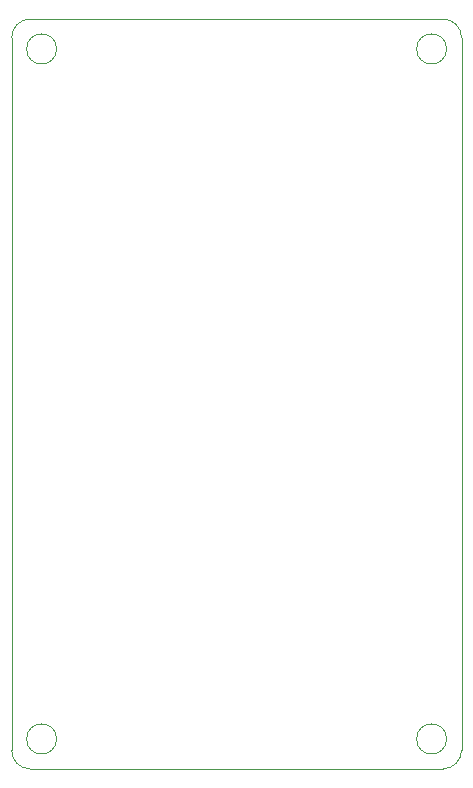
<source format=gbr>
%TF.GenerationSoftware,KiCad,Pcbnew,9.0.0*%
%TF.CreationDate,2025-08-24T16:33:36-07:00*%
%TF.ProjectId,sstv_backpack,73737476-5f62-4616-936b-7061636b2e6b,1.0*%
%TF.SameCoordinates,Original*%
%TF.FileFunction,Profile,NP*%
%FSLAX46Y46*%
G04 Gerber Fmt 4.6, Leading zero omitted, Abs format (unit mm)*
G04 Created by KiCad (PCBNEW 9.0.0) date 2025-08-24 16:33:36*
%MOMM*%
%LPD*%
G01*
G04 APERTURE LIST*
%TA.AperFunction,Profile*%
%ADD10C,0.050000*%
%TD*%
G04 APERTURE END LIST*
D10*
X143510000Y-124460000D02*
G75*
G02*
X140970000Y-124460000I-1270000J0D01*
G01*
X140970000Y-124460000D02*
G75*
G02*
X143510000Y-124460000I1270000J0D01*
G01*
X176530000Y-124460000D02*
G75*
G02*
X173990000Y-124460000I-1270000J0D01*
G01*
X173990000Y-124460000D02*
G75*
G02*
X176530000Y-124460000I1270000J0D01*
G01*
X176530000Y-66040000D02*
G75*
G02*
X173990000Y-66040000I-1270000J0D01*
G01*
X173990000Y-66040000D02*
G75*
G02*
X176530000Y-66040000I1270000J0D01*
G01*
X143510000Y-66040000D02*
G75*
G02*
X140970000Y-66040000I-1270000J0D01*
G01*
X140970000Y-66040000D02*
G75*
G02*
X143510000Y-66040000I1270000J0D01*
G01*
X139700000Y-65087500D02*
G75*
G02*
X141287500Y-63500000I1587500J0D01*
G01*
X141287500Y-127000000D02*
G75*
G02*
X139700000Y-125412500I0J1587500D01*
G01*
X176212500Y-63500000D02*
G75*
G02*
X177800000Y-65087500I0J-1587500D01*
G01*
X177800000Y-125412500D02*
G75*
G02*
X176212500Y-127000000I-1587500J0D01*
G01*
X141287500Y-63500000D02*
X176212500Y-63500000D01*
X139700000Y-125412500D02*
X139700000Y-65087500D01*
X176212500Y-127000000D02*
X141287500Y-127000000D01*
X177800000Y-65087500D02*
X177800000Y-125412500D01*
M02*

</source>
